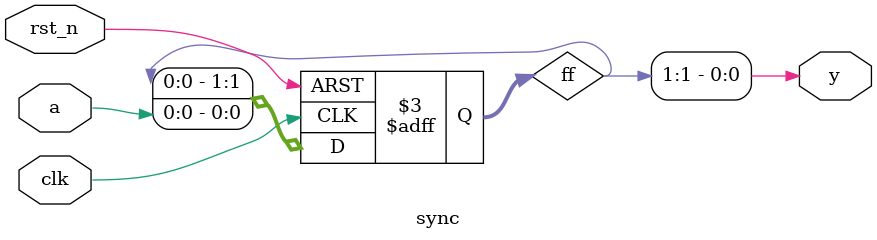
<source format=v>
module sync
  (
   ////////// inputs //////////
   input      clk, // clock
   input      rst_n, // active low reset
   input      a, // input to be synchronized
   
   ////////// outputs //////////
   output y
   ); 
   
   parameter P_DEFVAL = 1'b0;
   parameter P_NFF = 2;
   localparam NFF = (P_NFF > 1) ? P_NFF : 2; 

   // TBA Fri May 23 13:25:04 EDT 2014
   // A generic synchronizer modelled after altera/13.1/ip/altera/primitives/altera_std_synchronizer/altera_std_synchronizer.v
   (* altera_attribute = {"-name SYNCHRONIZER_IDENTIFICATION FORCED_IF_ASYNCHRONOUS; -name DONT_MERGE_REGISTER ON; -name PRESERVE_REGISTER ON; -name SDC_STATEMENT \"set_false_path -to [get_keepers {*sync:*|ff[0]}]\" "} *) reg [NFF-1:0]  ff;
   
   always @(posedge clk or negedge rst_n)
     begin
	if( !rst_n ) ff <= {NFF{P_DEFVAL}};
	else ff <= {ff[NFF-2:0],a};
     end

   assign y = ff[NFF-1];

endmodule // sync


</source>
